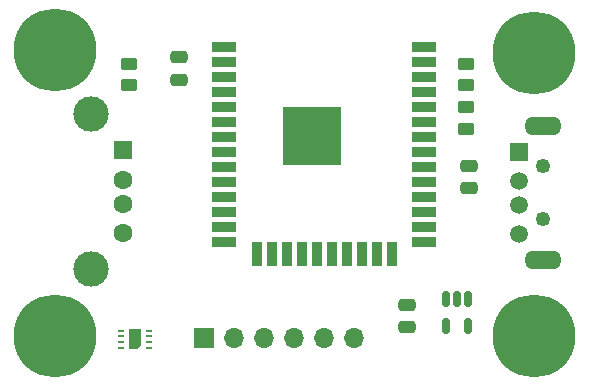
<source format=gbr>
G04 #@! TF.GenerationSoftware,KiCad,Pcbnew,(5.99.0-11535-gf6cac49802)*
G04 #@! TF.CreationDate,2021-08-06T14:04:52-04:00*
G04 #@! TF.ProjectId,esphome-humitemp,65737068-6f6d-4652-9d68-756d6974656d,1*
G04 #@! TF.SameCoordinates,Original*
G04 #@! TF.FileFunction,Soldermask,Top*
G04 #@! TF.FilePolarity,Negative*
%FSLAX46Y46*%
G04 Gerber Fmt 4.6, Leading zero omitted, Abs format (unit mm)*
G04 Created by KiCad (PCBNEW (5.99.0-11535-gf6cac49802)) date 2021-08-06 14:04:52*
%MOMM*%
%LPD*%
G01*
G04 APERTURE LIST*
G04 Aperture macros list*
%AMRoundRect*
0 Rectangle with rounded corners*
0 $1 Rounding radius*
0 $2 $3 $4 $5 $6 $7 $8 $9 X,Y pos of 4 corners*
0 Add a 4 corners polygon primitive as box body*
4,1,4,$2,$3,$4,$5,$6,$7,$8,$9,$2,$3,0*
0 Add four circle primitives for the rounded corners*
1,1,$1+$1,$2,$3*
1,1,$1+$1,$4,$5*
1,1,$1+$1,$6,$7*
1,1,$1+$1,$8,$9*
0 Add four rect primitives between the rounded corners*
20,1,$1+$1,$2,$3,$4,$5,0*
20,1,$1+$1,$4,$5,$6,$7,0*
20,1,$1+$1,$6,$7,$8,$9,0*
20,1,$1+$1,$8,$9,$2,$3,0*%
%AMFreePoly0*
4,1,6,0.500000,-0.850000,-0.500000,-0.850000,-0.500000,0.550000,-0.200000,0.850000,0.500000,0.850000,0.500000,-0.850000,0.500000,-0.850000,$1*%
G04 Aperture macros list end*
%ADD10RoundRect,0.250000X-0.450000X0.262500X-0.450000X-0.262500X0.450000X-0.262500X0.450000X0.262500X0*%
%ADD11C,7.000000*%
%ADD12R,1.700000X1.700000*%
%ADD13O,1.700000X1.700000*%
%ADD14R,0.550000X0.250000*%
%ADD15FreePoly0,180.000000*%
%ADD16RoundRect,0.250000X-0.475000X0.250000X-0.475000X-0.250000X0.475000X-0.250000X0.475000X0.250000X0*%
%ADD17RoundRect,0.250000X0.450000X-0.262500X0.450000X0.262500X-0.450000X0.262500X-0.450000X-0.262500X0*%
%ADD18R,1.500000X1.600000*%
%ADD19C,1.600000*%
%ADD20C,3.000000*%
%ADD21R,1.508000X1.508000*%
%ADD22C,1.508000*%
%ADD23C,1.250000*%
%ADD24O,3.150000X1.575000*%
%ADD25RoundRect,0.150000X-0.150000X0.512500X-0.150000X-0.512500X0.150000X-0.512500X0.150000X0.512500X0*%
%ADD26R,2.000000X0.900000*%
%ADD27R,0.900000X2.000000*%
%ADD28R,5.000000X5.000000*%
G04 APERTURE END LIST*
D10*
X100500000Y-53425000D03*
X100500000Y-55250000D03*
D11*
X94250000Y-76500000D03*
X134750000Y-76500000D03*
D12*
X106850000Y-76600000D03*
D13*
X109390000Y-76600000D03*
X111930000Y-76600000D03*
X114470000Y-76600000D03*
X117010000Y-76600000D03*
X119550000Y-76600000D03*
D11*
X134750000Y-52500000D03*
D14*
X102175000Y-77500000D03*
X102175000Y-77000000D03*
X102175000Y-76500000D03*
X102175000Y-76000000D03*
X99825000Y-76000000D03*
X99825000Y-76500000D03*
X99825000Y-77000000D03*
X99825000Y-77500000D03*
D15*
X101000000Y-76750000D03*
D16*
X129250000Y-62050000D03*
X129250000Y-63950000D03*
D17*
X129000000Y-55250000D03*
X129000000Y-53425000D03*
D11*
X94250000Y-52250000D03*
D16*
X104750000Y-52862500D03*
X104750000Y-54762500D03*
D18*
X99990000Y-60750000D03*
D19*
X99990000Y-63250000D03*
X99990000Y-65250000D03*
X99990000Y-67750000D03*
D20*
X97280000Y-70820000D03*
X97280000Y-57680000D03*
D16*
X124000000Y-73800000D03*
X124000000Y-75700000D03*
D17*
X129000000Y-58912500D03*
X129000000Y-57087500D03*
D21*
X133462500Y-60844250D03*
D22*
X133462500Y-63344250D03*
X133462500Y-65344250D03*
X133462500Y-67844250D03*
D23*
X135562500Y-62094250D03*
X135562500Y-66594250D03*
D24*
X135562500Y-58644250D03*
X135562500Y-70044250D03*
D25*
X129200000Y-73362500D03*
X128250000Y-73362500D03*
X127300000Y-73362500D03*
X127300000Y-75637500D03*
X129200000Y-75637500D03*
D26*
X108500000Y-51995000D03*
X108500000Y-53265000D03*
X108500000Y-54535000D03*
X108500000Y-55805000D03*
X108500000Y-57075000D03*
X108500000Y-58345000D03*
X108500000Y-59615000D03*
X108500000Y-60885000D03*
X108500000Y-62155000D03*
X108500000Y-63425000D03*
X108500000Y-64695000D03*
X108500000Y-65965000D03*
X108500000Y-67235000D03*
X108500000Y-68505000D03*
D27*
X111285000Y-69505000D03*
X112555000Y-69505000D03*
X113825000Y-69505000D03*
X115095000Y-69505000D03*
X116365000Y-69505000D03*
X117635000Y-69505000D03*
X118905000Y-69505000D03*
X120175000Y-69505000D03*
X121445000Y-69505000D03*
X122715000Y-69505000D03*
D26*
X125500000Y-68505000D03*
X125500000Y-67235000D03*
X125500000Y-65965000D03*
X125500000Y-64695000D03*
X125500000Y-63425000D03*
X125500000Y-62155000D03*
X125500000Y-60885000D03*
X125500000Y-59615000D03*
X125500000Y-58345000D03*
X125500000Y-57075000D03*
X125500000Y-55805000D03*
X125500000Y-54535000D03*
X125500000Y-53265000D03*
X125500000Y-51995000D03*
D28*
X116000000Y-59495000D03*
M02*

</source>
